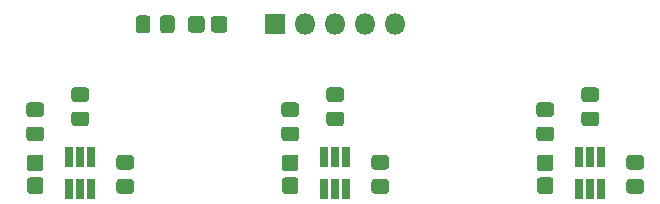
<source format=gbr>
%TF.GenerationSoftware,KiCad,Pcbnew,(5.1.6)-1*%
%TF.CreationDate,2021-04-07T17:59:20+02:00*%
%TF.ProjectId,touch_button_tester,746f7563-685f-4627-9574-746f6e5f7465,rev?*%
%TF.SameCoordinates,Original*%
%TF.FileFunction,Soldermask,Top*%
%TF.FilePolarity,Negative*%
%FSLAX46Y46*%
G04 Gerber Fmt 4.6, Leading zero omitted, Abs format (unit mm)*
G04 Created by KiCad (PCBNEW (5.1.6)-1) date 2021-04-07 17:59:20*
%MOMM*%
%LPD*%
G01*
G04 APERTURE LIST*
%ADD10R,1.800000X1.800000*%
%ADD11O,1.800000X1.800000*%
%ADD12R,0.750000X1.660000*%
G04 APERTURE END LIST*
%TO.C,C1*%
G36*
G01*
X84298262Y-88500000D02*
X83341738Y-88500000D01*
G75*
G02*
X83070000Y-88228262I0J271738D01*
G01*
X83070000Y-87521738D01*
G75*
G02*
X83341738Y-87250000I271738J0D01*
G01*
X84298262Y-87250000D01*
G75*
G02*
X84570000Y-87521738I0J-271738D01*
G01*
X84570000Y-88228262D01*
G75*
G02*
X84298262Y-88500000I-271738J0D01*
G01*
G37*
G36*
G01*
X84298262Y-90550000D02*
X83341738Y-90550000D01*
G75*
G02*
X83070000Y-90278262I0J271738D01*
G01*
X83070000Y-89571738D01*
G75*
G02*
X83341738Y-89300000I271738J0D01*
G01*
X84298262Y-89300000D01*
G75*
G02*
X84570000Y-89571738I0J-271738D01*
G01*
X84570000Y-90278262D01*
G75*
G02*
X84298262Y-90550000I-271738J0D01*
G01*
G37*
%TD*%
%TO.C,C2*%
G36*
G01*
X105888262Y-88500000D02*
X104931738Y-88500000D01*
G75*
G02*
X104660000Y-88228262I0J271738D01*
G01*
X104660000Y-87521738D01*
G75*
G02*
X104931738Y-87250000I271738J0D01*
G01*
X105888262Y-87250000D01*
G75*
G02*
X106160000Y-87521738I0J-271738D01*
G01*
X106160000Y-88228262D01*
G75*
G02*
X105888262Y-88500000I-271738J0D01*
G01*
G37*
G36*
G01*
X105888262Y-90550000D02*
X104931738Y-90550000D01*
G75*
G02*
X104660000Y-90278262I0J271738D01*
G01*
X104660000Y-89571738D01*
G75*
G02*
X104931738Y-89300000I271738J0D01*
G01*
X105888262Y-89300000D01*
G75*
G02*
X106160000Y-89571738I0J-271738D01*
G01*
X106160000Y-90278262D01*
G75*
G02*
X105888262Y-90550000I-271738J0D01*
G01*
G37*
%TD*%
%TO.C,C3*%
G36*
G01*
X127478262Y-88500000D02*
X126521738Y-88500000D01*
G75*
G02*
X126250000Y-88228262I0J271738D01*
G01*
X126250000Y-87521738D01*
G75*
G02*
X126521738Y-87250000I271738J0D01*
G01*
X127478262Y-87250000D01*
G75*
G02*
X127750000Y-87521738I0J-271738D01*
G01*
X127750000Y-88228262D01*
G75*
G02*
X127478262Y-88500000I-271738J0D01*
G01*
G37*
G36*
G01*
X127478262Y-90550000D02*
X126521738Y-90550000D01*
G75*
G02*
X126250000Y-90278262I0J271738D01*
G01*
X126250000Y-89571738D01*
G75*
G02*
X126521738Y-89300000I271738J0D01*
G01*
X127478262Y-89300000D01*
G75*
G02*
X127750000Y-89571738I0J-271738D01*
G01*
X127750000Y-90278262D01*
G75*
G02*
X127478262Y-90550000I-271738J0D01*
G01*
G37*
%TD*%
%TO.C,C4*%
G36*
G01*
X80488262Y-84835000D02*
X79531738Y-84835000D01*
G75*
G02*
X79260000Y-84563262I0J271738D01*
G01*
X79260000Y-83856738D01*
G75*
G02*
X79531738Y-83585000I271738J0D01*
G01*
X80488262Y-83585000D01*
G75*
G02*
X80760000Y-83856738I0J-271738D01*
G01*
X80760000Y-84563262D01*
G75*
G02*
X80488262Y-84835000I-271738J0D01*
G01*
G37*
G36*
G01*
X80488262Y-82785000D02*
X79531738Y-82785000D01*
G75*
G02*
X79260000Y-82513262I0J271738D01*
G01*
X79260000Y-81806738D01*
G75*
G02*
X79531738Y-81535000I271738J0D01*
G01*
X80488262Y-81535000D01*
G75*
G02*
X80760000Y-81806738I0J-271738D01*
G01*
X80760000Y-82513262D01*
G75*
G02*
X80488262Y-82785000I-271738J0D01*
G01*
G37*
%TD*%
%TO.C,C5*%
G36*
G01*
X102078262Y-84835000D02*
X101121738Y-84835000D01*
G75*
G02*
X100850000Y-84563262I0J271738D01*
G01*
X100850000Y-83856738D01*
G75*
G02*
X101121738Y-83585000I271738J0D01*
G01*
X102078262Y-83585000D01*
G75*
G02*
X102350000Y-83856738I0J-271738D01*
G01*
X102350000Y-84563262D01*
G75*
G02*
X102078262Y-84835000I-271738J0D01*
G01*
G37*
G36*
G01*
X102078262Y-82785000D02*
X101121738Y-82785000D01*
G75*
G02*
X100850000Y-82513262I0J271738D01*
G01*
X100850000Y-81806738D01*
G75*
G02*
X101121738Y-81535000I271738J0D01*
G01*
X102078262Y-81535000D01*
G75*
G02*
X102350000Y-81806738I0J-271738D01*
G01*
X102350000Y-82513262D01*
G75*
G02*
X102078262Y-82785000I-271738J0D01*
G01*
G37*
%TD*%
%TO.C,C6*%
G36*
G01*
X123668262Y-84835000D02*
X122711738Y-84835000D01*
G75*
G02*
X122440000Y-84563262I0J271738D01*
G01*
X122440000Y-83856738D01*
G75*
G02*
X122711738Y-83585000I271738J0D01*
G01*
X123668262Y-83585000D01*
G75*
G02*
X123940000Y-83856738I0J-271738D01*
G01*
X123940000Y-84563262D01*
G75*
G02*
X123668262Y-84835000I-271738J0D01*
G01*
G37*
G36*
G01*
X123668262Y-82785000D02*
X122711738Y-82785000D01*
G75*
G02*
X122440000Y-82513262I0J271738D01*
G01*
X122440000Y-81806738D01*
G75*
G02*
X122711738Y-81535000I271738J0D01*
G01*
X123668262Y-81535000D01*
G75*
G02*
X123940000Y-81806738I0J-271738D01*
G01*
X123940000Y-82513262D01*
G75*
G02*
X123668262Y-82785000I-271738J0D01*
G01*
G37*
%TD*%
%TO.C,D1*%
G36*
G01*
X75769231Y-89150000D02*
X76630769Y-89150000D01*
G75*
G02*
X76900000Y-89419231I0J-269231D01*
G01*
X76900000Y-90305769D01*
G75*
G02*
X76630769Y-90575000I-269231J0D01*
G01*
X75769231Y-90575000D01*
G75*
G02*
X75500000Y-90305769I0J269231D01*
G01*
X75500000Y-89419231D01*
G75*
G02*
X75769231Y-89150000I269231J0D01*
G01*
G37*
G36*
G01*
X75769231Y-87225000D02*
X76630769Y-87225000D01*
G75*
G02*
X76900000Y-87494231I0J-269231D01*
G01*
X76900000Y-88380769D01*
G75*
G02*
X76630769Y-88650000I-269231J0D01*
G01*
X75769231Y-88650000D01*
G75*
G02*
X75500000Y-88380769I0J269231D01*
G01*
X75500000Y-87494231D01*
G75*
G02*
X75769231Y-87225000I269231J0D01*
G01*
G37*
%TD*%
%TO.C,D2*%
G36*
G01*
X97359231Y-87225000D02*
X98220769Y-87225000D01*
G75*
G02*
X98490000Y-87494231I0J-269231D01*
G01*
X98490000Y-88380769D01*
G75*
G02*
X98220769Y-88650000I-269231J0D01*
G01*
X97359231Y-88650000D01*
G75*
G02*
X97090000Y-88380769I0J269231D01*
G01*
X97090000Y-87494231D01*
G75*
G02*
X97359231Y-87225000I269231J0D01*
G01*
G37*
G36*
G01*
X97359231Y-89150000D02*
X98220769Y-89150000D01*
G75*
G02*
X98490000Y-89419231I0J-269231D01*
G01*
X98490000Y-90305769D01*
G75*
G02*
X98220769Y-90575000I-269231J0D01*
G01*
X97359231Y-90575000D01*
G75*
G02*
X97090000Y-90305769I0J269231D01*
G01*
X97090000Y-89419231D01*
G75*
G02*
X97359231Y-89150000I269231J0D01*
G01*
G37*
%TD*%
%TO.C,D3*%
G36*
G01*
X118949231Y-89150000D02*
X119810769Y-89150000D01*
G75*
G02*
X120080000Y-89419231I0J-269231D01*
G01*
X120080000Y-90305769D01*
G75*
G02*
X119810769Y-90575000I-269231J0D01*
G01*
X118949231Y-90575000D01*
G75*
G02*
X118680000Y-90305769I0J269231D01*
G01*
X118680000Y-89419231D01*
G75*
G02*
X118949231Y-89150000I269231J0D01*
G01*
G37*
G36*
G01*
X118949231Y-87225000D02*
X119810769Y-87225000D01*
G75*
G02*
X120080000Y-87494231I0J-269231D01*
G01*
X120080000Y-88380769D01*
G75*
G02*
X119810769Y-88650000I-269231J0D01*
G01*
X118949231Y-88650000D01*
G75*
G02*
X118680000Y-88380769I0J269231D01*
G01*
X118680000Y-87494231D01*
G75*
G02*
X118949231Y-87225000I269231J0D01*
G01*
G37*
%TD*%
%TO.C,D4*%
G36*
G01*
X89130000Y-76630769D02*
X89130000Y-75769231D01*
G75*
G02*
X89399231Y-75500000I269231J0D01*
G01*
X90285769Y-75500000D01*
G75*
G02*
X90555000Y-75769231I0J-269231D01*
G01*
X90555000Y-76630769D01*
G75*
G02*
X90285769Y-76900000I-269231J0D01*
G01*
X89399231Y-76900000D01*
G75*
G02*
X89130000Y-76630769I0J269231D01*
G01*
G37*
G36*
G01*
X91055000Y-76630769D02*
X91055000Y-75769231D01*
G75*
G02*
X91324231Y-75500000I269231J0D01*
G01*
X92210769Y-75500000D01*
G75*
G02*
X92480000Y-75769231I0J-269231D01*
G01*
X92480000Y-76630769D01*
G75*
G02*
X92210769Y-76900000I-269231J0D01*
G01*
X91324231Y-76900000D01*
G75*
G02*
X91055000Y-76630769I0J269231D01*
G01*
G37*
%TD*%
D10*
%TO.C,J1*%
X96520000Y-76200000D03*
D11*
X99060000Y-76200000D03*
X101600000Y-76200000D03*
X104140000Y-76200000D03*
X106680000Y-76200000D03*
%TD*%
%TO.C,R1*%
G36*
G01*
X76678262Y-84055000D02*
X75721738Y-84055000D01*
G75*
G02*
X75450000Y-83783262I0J271738D01*
G01*
X75450000Y-83076738D01*
G75*
G02*
X75721738Y-82805000I271738J0D01*
G01*
X76678262Y-82805000D01*
G75*
G02*
X76950000Y-83076738I0J-271738D01*
G01*
X76950000Y-83783262D01*
G75*
G02*
X76678262Y-84055000I-271738J0D01*
G01*
G37*
G36*
G01*
X76678262Y-86105000D02*
X75721738Y-86105000D01*
G75*
G02*
X75450000Y-85833262I0J271738D01*
G01*
X75450000Y-85126738D01*
G75*
G02*
X75721738Y-84855000I271738J0D01*
G01*
X76678262Y-84855000D01*
G75*
G02*
X76950000Y-85126738I0J-271738D01*
G01*
X76950000Y-85833262D01*
G75*
G02*
X76678262Y-86105000I-271738J0D01*
G01*
G37*
%TD*%
%TO.C,R2*%
G36*
G01*
X98268262Y-86105000D02*
X97311738Y-86105000D01*
G75*
G02*
X97040000Y-85833262I0J271738D01*
G01*
X97040000Y-85126738D01*
G75*
G02*
X97311738Y-84855000I271738J0D01*
G01*
X98268262Y-84855000D01*
G75*
G02*
X98540000Y-85126738I0J-271738D01*
G01*
X98540000Y-85833262D01*
G75*
G02*
X98268262Y-86105000I-271738J0D01*
G01*
G37*
G36*
G01*
X98268262Y-84055000D02*
X97311738Y-84055000D01*
G75*
G02*
X97040000Y-83783262I0J271738D01*
G01*
X97040000Y-83076738D01*
G75*
G02*
X97311738Y-82805000I271738J0D01*
G01*
X98268262Y-82805000D01*
G75*
G02*
X98540000Y-83076738I0J-271738D01*
G01*
X98540000Y-83783262D01*
G75*
G02*
X98268262Y-84055000I-271738J0D01*
G01*
G37*
%TD*%
%TO.C,R3*%
G36*
G01*
X119858262Y-84055000D02*
X118901738Y-84055000D01*
G75*
G02*
X118630000Y-83783262I0J271738D01*
G01*
X118630000Y-83076738D01*
G75*
G02*
X118901738Y-82805000I271738J0D01*
G01*
X119858262Y-82805000D01*
G75*
G02*
X120130000Y-83076738I0J-271738D01*
G01*
X120130000Y-83783262D01*
G75*
G02*
X119858262Y-84055000I-271738J0D01*
G01*
G37*
G36*
G01*
X119858262Y-86105000D02*
X118901738Y-86105000D01*
G75*
G02*
X118630000Y-85833262I0J271738D01*
G01*
X118630000Y-85126738D01*
G75*
G02*
X118901738Y-84855000I271738J0D01*
G01*
X119858262Y-84855000D01*
G75*
G02*
X120130000Y-85126738I0J-271738D01*
G01*
X120130000Y-85833262D01*
G75*
G02*
X119858262Y-86105000I-271738J0D01*
G01*
G37*
%TD*%
%TO.C,R4*%
G36*
G01*
X88010000Y-75721738D02*
X88010000Y-76678262D01*
G75*
G02*
X87738262Y-76950000I-271738J0D01*
G01*
X87031738Y-76950000D01*
G75*
G02*
X86760000Y-76678262I0J271738D01*
G01*
X86760000Y-75721738D01*
G75*
G02*
X87031738Y-75450000I271738J0D01*
G01*
X87738262Y-75450000D01*
G75*
G02*
X88010000Y-75721738I0J-271738D01*
G01*
G37*
G36*
G01*
X85960000Y-75721738D02*
X85960000Y-76678262D01*
G75*
G02*
X85688262Y-76950000I-271738J0D01*
G01*
X84981738Y-76950000D01*
G75*
G02*
X84710000Y-76678262I0J271738D01*
G01*
X84710000Y-75721738D01*
G75*
G02*
X84981738Y-75450000I271738J0D01*
G01*
X85688262Y-75450000D01*
G75*
G02*
X85960000Y-75721738I0J-271738D01*
G01*
G37*
%TD*%
D12*
%TO.C,U4*%
X79060000Y-90170000D03*
X80010000Y-90170000D03*
X80960000Y-90170000D03*
X80960000Y-87470000D03*
X79060000Y-87470000D03*
X80010000Y-87470000D03*
%TD*%
%TO.C,U5*%
X101600000Y-87470000D03*
X100650000Y-87470000D03*
X102550000Y-87470000D03*
X102550000Y-90170000D03*
X101600000Y-90170000D03*
X100650000Y-90170000D03*
%TD*%
%TO.C,U6*%
X122240000Y-90170000D03*
X123190000Y-90170000D03*
X124140000Y-90170000D03*
X124140000Y-87470000D03*
X122240000Y-87470000D03*
X123190000Y-87470000D03*
%TD*%
M02*

</source>
